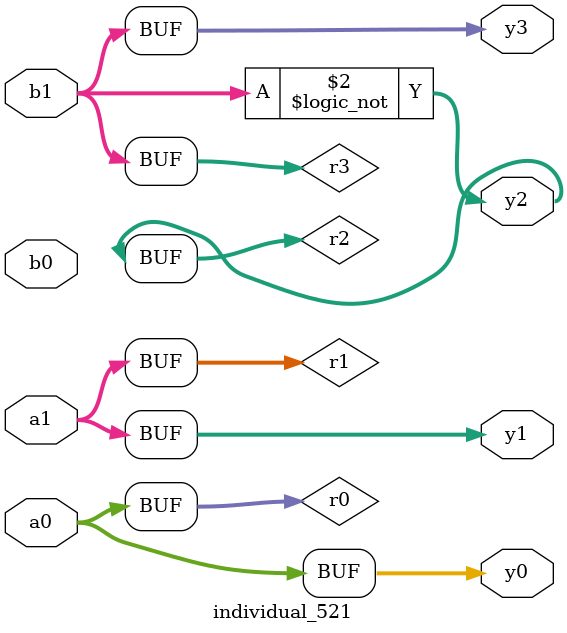
<source format=sv>
module individual_521(input logic [15:0] a1, input logic [15:0] a0, input logic [15:0] b1, input logic [15:0] b0, output logic [15:0] y3, output logic [15:0] y2, output logic [15:0] y1, output logic [15:0] y0);
logic [15:0] r0, r1, r2, r3; 
 always@(*) begin 
	 r0 = a0; r1 = a1; r2 = b0; r3 = b1; 
 	 r2 = ! b1 ;
 	 y3 = r3; y2 = r2; y1 = r1; y0 = r0; 
end
endmodule
</source>
